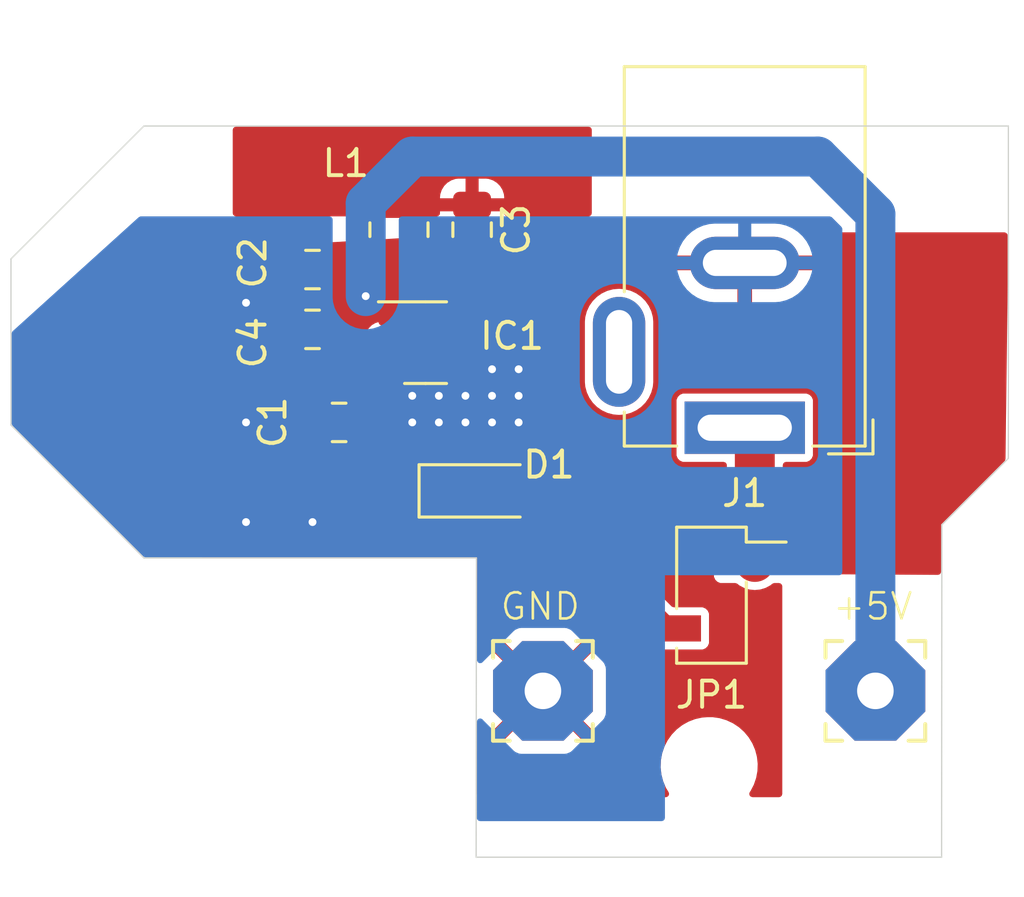
<source format=kicad_pcb>
(kicad_pcb (version 20221018) (generator pcbnew)
  (layers (0 "F.Cu" signal) (31 "B.Cu" signal) (34 "B.Paste" user) (35 "F.Paste" user) (36 "B.SilkS" user "B.Silkscreen") (37 "F.SilkS" user "F.Silkscreen") (38 "B.Mask" user) (39 "F.Mask" user) (44 "Edge.Cuts" user))
  (net 0 "")
  (net 1 "VCC")
  (net 2 "GND")
  (net 3 "Net-(D1-K)")
  (net 4 "Net-(IC1-SW)")
  (net 5 "Net-(IC1-BST)")
  (net 6 "Net-(J1-Pad1)")
  (net 8 "Net-(D1-A)")
  (footprint "Capacitor_SMD:C_0805_2012Metric" (layer "F.Cu") (at 147.066 96.266 -90)
    (fp_text reference "C3" (at 0 -1.68 90) (layer "F.SilkS"))
    (fp_text value "100nF" hide)
    (fp_line (start -0.261252 -0.735) (end 0.261252 -0.735) (stroke (width 0.12)) (layer "F.SilkS"))
    (fp_line (start -0.261252 0.735) (end 0.261252 0.735) (stroke (width 0.12)) (layer "F.SilkS"))
    (pad "1" smd roundrect (at -0.95 0 270) (size 1 1.45) (layers "F.Cu" "F.Paste" "F.Mask") (net 4 "Net-(IC1-SW)"))
    (pad "2" smd roundrect (at 0.95 0 270) (size 1 1.45) (layers "F.Cu" "F.Paste" "F.Mask") (net 5 "Net-(IC1-BST)"))
  )
  (footprint "Package_TO_SOT_SMD:TSOT-23-6" (layer "F.Cu") (at 145.288 100.584)
    (fp_text reference "IC1" (at 3.302 -0.254) (layer "F.SilkS"))
    (fp_text value "AP63205WU-7" hide)
    (fp_line (start 0 -1.56) (end -1.8 -1.56) (stroke (width 0.12)) (layer "F.SilkS"))
    (fp_line (start 0 -1.56) (end 0.8 -1.56) (stroke (width 0.12)) (layer "F.SilkS"))
    (fp_line (start 0 1.56) (end -0.8 1.56) (stroke (width 0.12)) (layer "F.SilkS"))
    (fp_line (start 0 1.56) (end 0.8 1.56) (stroke (width 0.12)) (layer "F.SilkS"))
    (pad "1" smd roundrect (at -1.1375 -0.95) (size 1.325 0.6) (layers "F.Cu" "F.Paste" "F.Mask") (net 1 "VCC"))
    (pad "2" smd roundrect (at -1.1375 0) (size 1.325 0.6) (layers "F.Cu" "F.Paste" "F.Mask") (net 3 "Net-(D1-K)"))
    (pad "3" smd roundrect (at -1.1375 0.95) (size 1.325 0.6) (layers "F.Cu" "F.Paste" "F.Mask") (net 3 "Net-(D1-K)"))
    (pad "4" smd roundrect (at 1.1375 0.95) (size 1.325 0.6) (layers "F.Cu" "F.Paste" "F.Mask") (net 2 "GND"))
    (pad "5" smd roundrect (at 1.1375 0) (size 1.325 0.6) (layers "F.Cu" "F.Paste" "F.Mask") (net 4 "Net-(IC1-SW)"))
    (pad "6" smd roundrect (at 1.1375 -0.95) (size 1.325 0.6) (layers "F.Cu" "F.Paste" "F.Mask") (net 5 "Net-(IC1-BST)"))
  )
  (footprint "Capacitor_SMD:C_0805_2012Metric" (layer "F.Cu") (at 141.986 103.632 180)
    (fp_text reference "C1" (at 2.54 0 90) (layer "F.SilkS"))
    (fp_text value "10uF" hide)
    (fp_line (start -0.261252 -0.735) (end 0.261252 -0.735) (stroke (width 0.12)) (layer "F.SilkS"))
    (fp_line (start -0.261252 0.735) (end 0.261252 0.735) (stroke (width 0.12)) (layer "F.SilkS"))
    (pad "1" smd roundrect (at -0.95 0 180) (size 1 1.45) (layers "F.Cu" "F.Paste" "F.Mask") (net 3 "Net-(D1-K)"))
    (pad "2" smd roundrect (at 0.95 0 180) (size 1 1.45) (layers "F.Cu" "F.Paste" "F.Mask") (net 2 "GND"))
  )
  (footprint "Inductor_SMD:L_1008_2520Metric" (layer "F.Cu") (at 144.272 96.266 -90)
    (fp_text reference "L1" (at -2.54 2.032 -180) (layer "F.SilkS"))
    (fp_text value "4.7uH" hide)
    (fp_line (start -0.261252 -1.11) (end 0.261252 -1.11) (stroke (width 0.12)) (layer "F.SilkS"))
    (fp_line (start -0.261252 1.11) (end 0.261252 1.11) (stroke (width 0.12)) (layer "F.SilkS"))
    (pad "1" smd roundrect (at -1.075 0 270) (size 1.25 2.2) (layers "F.Cu" "F.Paste" "F.Mask") (roundrect_rratio 0.2) (net 4 "Net-(IC1-SW)"))
    (pad "2" smd roundrect (at 1.075 0 270) (size 1.25 2.2) (layers "F.Cu" "F.Paste" "F.Mask") (roundrect_rratio 0.2) (net 1 "VCC"))
  )
  (footprint "Connector_BarrelJack:BarrelJack_GCT_DCJ200-10-A_Horizontal" (layer "F.Cu") (at 157.48 103.836 180)
    (fp_text reference "J1" (at 0 -2.5 180) (layer "F.SilkS"))
    (fp_text value "JACK-PLUG0")
    (fp_line (start -4.9 -1) (end -4.9 0.3) (stroke (width 0.12)) (layer "F.SilkS"))
    (fp_line (start -4.6 -0.7) (end -2.6 -0.7) (stroke (width 0.12)) (layer "F.SilkS"))
    (fp_line (start -4.6 13.8) (end -4.6 -0.7) (stroke (width 0.12)) (layer "F.SilkS"))
    (fp_line (start -3.2 -1) (end -4.9 -1) (stroke (width 0.12)) (layer "F.SilkS"))
    (fp_line (start 2.6 -0.7) (end 4.6 -0.7) (stroke (width 0.12)) (layer "F.SilkS"))
    (fp_line (start 4.6 -0.7) (end 4.6 0.6) (stroke (width 0.12)) (layer "F.SilkS"))
    (fp_line (start 4.6 5.2) (end 4.6 13.8) (stroke (width 0.12)) (layer "F.SilkS"))
    (fp_line (start 4.6 13.8) (end -4.6 13.8) (stroke (width 0.12)) (layer "F.SilkS"))
    (pad "1" thru_hole rect (at 0 0 180) (size 4.6 2) (drill oval 3.6 1) (layers "*.Cu" "*.Mask") (net 6 "Net-(J1-Pad1)"))
    (pad "2" thru_hole oval (at 0 6.3 180) (size 4.2 2) (drill oval 3.2 1) (layers "*.Cu" "*.Mask") (net 2 "GND"))
    (pad "3" thru_hole oval (at 4.8 2.9 180) (size 2 4.2) (drill oval 1 3.2) (layers "*.Cu" "*.Mask"))
  )
  (footprint "Capacitor_SMD:C_0805_2012Metric" (layer "F.Cu") (at 140.97 97.79 180)
    (fp_text reference "C2" (at 2.286 0.254 90) (layer "F.SilkS"))
    (fp_text value "22uF" hide)
    (fp_line (start -0.261252 -0.735) (end 0.261252 -0.735) (stroke (width 0.12)) (layer "F.SilkS"))
    (fp_line (start -0.261252 0.735) (end 0.261252 0.735) (stroke (width 0.12)) (layer "F.SilkS"))
    (pad "1" smd roundrect (at -0.95 0 180) (size 1 1.45) (layers "F.Cu" "F.Paste" "F.Mask") (net 1 "VCC"))
    (pad "2" smd roundrect (at 0.95 0 180) (size 1 1.45) (layers "F.Cu" "F.Paste" "F.Mask") (net 2 "GND"))
  )
  (footprint "MountingHole:MountingHole_3.2mm_M3" (layer "F.Cu") (at 156.1211 116.75)
    (fp_text reference "H1" (at 0.1289 0) (layer "F.SilkS"))
    (fp_text value "MountingHole")
    (pad "" np_thru_hole circle (at 0 0) (size 3.2 3.2) (drill 3.2) (layers "*.Cu" "*.Mask"))
  )
  (footprint "switched-lm2575:3,81_1,4" (layer "F.Cu") (at 162.4711 113.8936)
    (fp_text reference "UNK5V0" hide)
    (fp_text value "3,81/1,4")
    (fp_line (start -1.905 -1.905) (end -1.27 -1.905) (stroke (width 0.1524)) (layer "F.SilkS"))
    (fp_line (start -1.905 -1.27) (end -1.905 -1.905) (stroke (width 0.1524)) (layer "F.SilkS"))
    (fp_line (start -1.905 1.905) (end -1.905 1.27) (stroke (width 0.1524)) (layer "F.SilkS"))
    (fp_line (start -1.27 1.905) (end -1.905 1.905) (stroke (width 0.1524)) (layer "F.SilkS"))
    (fp_line (start 1.27 -1.905) (end 1.905 -1.905) (stroke (width 0.1524)) (layer "F.SilkS"))
    (fp_line (start 1.905 -1.905) (end 1.905 -1.27) (stroke (width 0.1524)) (layer "F.SilkS"))
    (fp_line (start 1.905 1.27) (end 1.905 1.905) (stroke (width 0.1524)) (layer "F.SilkS"))
    (fp_line (start 1.905 1.905) (end 1.27 1.905) (stroke (width 0.1524)) (layer "F.SilkS"))
    (pad "1" thru_hole roundrect (at 0 0) (size 3.81 3.81) (drill 1.397) (layers "*.Cu" "*.Mask") (chamfer_ratio 0.2928932188) (chamfer top_left top_right bottom_left bottom_right) (net 1 "VCC"))
  )
  (footprint "Connector_PinHeader_2.54mm:PinHeader_1x02_P2.54mm_Vertical_SMD_Pin1Right" (layer "F.Cu") (at 156.21 110.236)
    (fp_text reference "JP1" (at 0 3.81) (layer "F.SilkS"))
    (fp_text value "PINHD-1X2" hide)
    (fp_line (start -1.33 -2.6) (end -1.33 0.51) (stroke (width 0.12)) (layer "F.SilkS"))
    (fp_line (start -1.33 -2.6) (end 1.33 -2.6) (stroke (width 0.12)) (layer "F.SilkS"))
    (fp_line (start -1.33 2.03) (end -1.33 2.6) (stroke (width 0.12)) (layer "F.SilkS"))
    (fp_line (start -1.33 2.6) (end 1.33 2.6) (stroke (width 0.12)) (layer "F.SilkS"))
    (fp_line (start 1.33 -2.6) (end 1.33 -2.03) (stroke (width 0.12)) (layer "F.SilkS"))
    (fp_line (start 1.33 -2.03) (end 2.85 -2.03) (stroke (width 0.12)) (layer "F.SilkS"))
    (fp_line (start 1.33 -0.51) (end 1.33 2.6) (stroke (width 0.12)) (layer "F.SilkS"))
    (pad "1" smd rect (at 1.655 -1.27) (size 2.51 1) (layers "F.Cu" "F.Paste" "F.Mask") (net 6 "Net-(J1-Pad1)"))
    (pad "2" smd rect (at -1.655 1.27) (size 2.51 1) (layers "F.Cu" "F.Paste" "F.Mask") (net 8 "Net-(D1-A)"))
  )
  (footprint "Diode_SMD:D_SOD-123F" (layer "F.Cu") (at 147.25 106.25)
    (fp_text reference "D1" (at 2.75 -1) (layer "F.SilkS"))
    (fp_text value "1N4007")
    (fp_line (start -2.21 -1) (end -2.21 1) (stroke (width 0.12)) (layer "F.SilkS"))
    (fp_line (start -2.21 -1) (end 1.65 -1) (stroke (width 0.12)) (layer "F.SilkS"))
    (fp_line (start -2.21 1) (end 1.65 1) (stroke (width 0.12)) (layer "F.SilkS"))
    (pad "1" smd roundrect (at -1.4 0) (size 1.1 1.1) (layers "F.Cu" "F.Paste" "F.Mask") (roundrect_rratio 0.2272727273) (net 3 "Net-(D1-K)"))
    (pad "2" smd roundrect (at 1.4 0) (size 1.1 1.1) (layers "F.Cu" "F.Paste" "F.Mask") (roundrect_rratio 0.2272727273) (net 8 "Net-(D1-A)"))
  )
  (footprint "Capacitor_SMD:C_0805_2012Metric" (layer "F.Cu") (at 140.97 100.076 180)
    (fp_text reference "C4" (at 2.286 -0.508 90) (layer "F.SilkS"))
    (fp_text value "22uF" hide)
    (fp_line (start -0.261252 -0.735) (end 0.261252 -0.735) (stroke (width 0.12)) (layer "F.SilkS"))
    (fp_line (start -0.261252 0.735) (end 0.261252 0.735) (stroke (width 0.12)) (layer "F.SilkS"))
    (pad "1" smd roundrect (at -0.95 0 180) (size 1 1.45) (layers "F.Cu" "F.Paste" "F.Mask") (net 1 "VCC"))
    (pad "2" smd roundrect (at 0.95 0 180) (size 1 1.45) (layers "F.Cu" "F.Paste" "F.Mask") (net 2 "GND"))
  )
  (footprint "switched-lm2575:3,81_1,4" (layer "F.Cu") (at 149.7711 113.8936)
    (fp_text reference "GND0" hide)
    (fp_text value "3,81/1,4")
    (fp_line (start -1.905 -1.905) (end -1.27 -1.905) (stroke (width 0.1524)) (layer "F.SilkS"))
    (fp_line (start -1.905 -1.27) (end -1.905 -1.905) (stroke (width 0.1524)) (layer "F.SilkS"))
    (fp_line (start -1.905 1.905) (end -1.905 1.27) (stroke (width 0.1524)) (layer "F.SilkS"))
    (fp_line (start -1.27 1.905) (end -1.905 1.905) (stroke (width 0.1524)) (layer "F.SilkS"))
    (fp_line (start 1.27 -1.905) (end 1.905 -1.905) (stroke (width 0.1524)) (layer "F.SilkS"))
    (fp_line (start 1.905 -1.905) (end 1.905 -1.27) (stroke (width 0.1524)) (layer "F.SilkS"))
    (fp_line (start 1.905 1.27) (end 1.905 1.905) (stroke (width 0.1524)) (layer "F.SilkS"))
    (fp_line (start 1.905 1.905) (end 1.27 1.905) (stroke (width 0.1524)) (layer "F.SilkS"))
    (pad "1" thru_hole roundrect (at 0 0) (size 3.81 3.81) (drill 1.397) (layers "*.Cu" "*.Mask") (chamfer_ratio 0.2928932188) (chamfer top_left top_right bottom_left bottom_right) (net 2 "GND"))
  )
  (gr_line (start 129.4511 97.3836) (end 129.4511 103.7336) (stroke (width 0.05)) (layer "Edge.Cuts"))
  (gr_line (start 147.22 120.25) (end 165 120.25) (stroke (width 0.05)) (layer "Edge.Cuts"))
  (gr_line (start 167.5511 105.0036) (end 167.5511 92.3036) (stroke (width 0.05)) (layer "Edge.Cuts"))
  (gr_line (start 129.4511 103.7336) (end 134.5311 108.8136) (stroke (width 0.05)) (layer "Edge.Cuts"))
  (gr_line (start 134.5311 108.8136) (end 147.2311 108.8136) (stroke (width 0.05)) (layer "Edge.Cuts"))
  (gr_line (start 147.2311 108.8136) (end 147.22 120.25) (stroke (width 0.05)) (layer "Edge.Cuts"))
  (gr_line (start 165 120.25) (end 165.0111 107.5436) (stroke (width 0.05)) (layer "Edge.Cuts"))
  (gr_line (start 165.0111 107.5436) (end 167.5511 105.0036) (stroke (width 0.05)) (layer "Edge.Cuts"))
  (gr_line (start 134.5311 92.3036) (end 129.4511 97.3836) (stroke (width 0.05)) (layer "Edge.Cuts"))
  (gr_line (start 167.5511 92.3036) (end 134.5311 92.3036) (stroke (width 0.05)) (layer "Edge.Cuts"))
  (gr_text "GND" (at 148.082 111.252) (layer "F.SilkS") (effects (font (size 1 1) (thickness 0.1)) (justify left bottom)))
  (gr_text "+5V" (at 160.782 111.252) (layer "F.SilkS") (effects (font (size 1 1) (thickness 0.1)) (justify left bottom)))
  (via (at 143.002 98.806) (size 0.6) (drill 0.3) (layers "F.Cu" "B.Cu") (net 1))
  (segment (start 160.274 93.472) (end 162.4711 95.6691) (width 1.524) (layer "B.Cu") (net 1))
  (segment (start 162.4711 95.6691) (end 162.4711 113.8936) (width 1.524) (layer "B.Cu") (net 1))
  (segment (start 143.002 98.806) (end 143.002 95.25) (width 1.524) (layer "B.Cu") (net 1))
  (segment (start 144.78 93.472) (end 160.274 93.472) (width 1.524) (layer "B.Cu") (net 1))
  (segment (start 143.002 95.25) (end 144.78 93.472) (width 1.524) (layer "B.Cu") (net 1))
  (via (at 146.812 102.616) (size 0.6) (drill 0.3) (layers "F.Cu" "B.Cu") (net 2))
  (via (at 147.828 101.6) (size 0.6) (drill 0.3) (layers "F.Cu" "B.Cu") (net 2))
  (via (at 138.43 107.442) (size 0.6) (drill 0.3) (layers "F.Cu" "B.Cu") (net 2))
  (via (at 140.97 107.442) (size 0.6) (drill 0.3) (layers "F.Cu" "B.Cu") (net 2))
  (via (at 147.828 102.616) (size 0.6) (drill 0.3) (layers "F.Cu" "B.Cu") (net 2))
  (via (at 148.844 101.6) (size 0.6) (drill 0.3) (layers "F.Cu" "B.Cu") (net 2))
  (via (at 144.78 102.616) (size 0.6) (drill 0.3) (layers "F.Cu" "B.Cu") (net 2))
  (via (at 145.796 103.632) (size 0.6) (drill 0.3) (layers "F.Cu" "B.Cu") (net 2))
  (via (at 144.78 103.632) (size 0.6) (drill 0.3) (layers "F.Cu" "B.Cu") (net 2))
  (via (at 148.844 102.616) (size 0.6) (drill 0.3) (layers "F.Cu" "B.Cu") (net 2))
  (via (at 138.43 103.632) (size 0.6) (drill 0.3) (layers "F.Cu" "B.Cu") (net 2))
  (via (at 147.828 103.632) (size 0.6) (drill 0.3) (layers "F.Cu" "B.Cu") (net 2))
  (via (at 148.844 103.632) (size 0.6) (drill 0.3) (layers "F.Cu" "B.Cu") (net 2))
  (via (at 145.796 102.616) (size 0.6) (drill 0.3) (layers "F.Cu" "B.Cu") (net 2))
  (via (at 138.43 99.06) (size 0.6) (drill 0.3) (layers "F.Cu" "B.Cu") (net 2))
  (via (at 146.812 103.632) (size 0.6) (drill 0.3) (layers "F.Cu" "B.Cu") (net 2))
  (segment (start 144.526 106.172) (end 142.936 104.582) (width 0.762) (layer "F.Cu") (net 3))
  (segment (start 142.936 104.582) (end 142.936 103.632) (width 0.762) (layer "F.Cu") (net 3))
  (segment (start 142.936 102.7485) (end 144.1505 101.534) (width 0.762) (layer "F.Cu") (net 3))
  (segment (start 144.604 106.25) (end 144.526 106.172) (width 0.3048) (layer "F.Cu") (net 3))
  (segment (start 144.1505 101.534) (end 144.1505 100.6198) (width 0.762) (layer "F.Cu") (net 3))
  (segment (start 145.85 106.25) (end 144.604 106.25) (width 0.762) (layer "F.Cu") (net 3))
  (segment (start 142.936 103.632) (end 142.936 102.7485) (width 0.762) (layer "F.Cu") (net 3))
  (segment (start 148.844 99.06) (end 148.844 95.758) (width 0.381) (layer "F.Cu") (net 4))
  (segment (start 148.402 95.316) (end 147.066 95.316) (width 0.381) (layer "F.Cu") (net 4))
  (segment (start 147.32 100.584) (end 148.844 99.06) (width 0.381) (layer "F.Cu") (net 4))
  (segment (start 146.4255 100.584) (end 147.32 100.584) (width 0.381) (layer "F.Cu") (net 4))
  (segment (start 148.844 95.758) (end 148.402 95.316) (width 0.381) (layer "F.Cu") (net 4))
  (segment (start 147.066 98.552) (end 147.066 97.216) (width 0.381) (layer "F.Cu") (net 5))
  (segment (start 146.4255 99.1925) (end 147.066 98.552) (width 0.381) (layer "F.Cu") (net 5))
  (segment (start 146.4255 99.634) (end 146.4255 99.1925) (width 0.381) (layer "F.Cu") (net 5))
  (segment (start 157.865 108.966) (end 157.865 104.221) (width 1.524) (layer "F.Cu") (net 6))
  (segment (start 157.865 104.221) (end 157.48 103.836) (width 1.524) (layer "F.Cu") (net 6))
  (segment (start 148.65 106.25) (end 149.299 106.25) (width 0.762) (layer "F.Cu") (net 8))
  (segment (start 149.299 106.25) (end 154.555 111.506) (width 0.762) (layer "F.Cu") (net 8))
  (zone (net 1) (net_name "VCC") (layer "F.Cu") (priority 3) (connect_pads yes (clearance 0.5)) (min_thickness 0.25) (fill yes (thermal_gap 0.5) (thermal_bridge_width 0.5) (smoothing fillet) (radius 0.5))
    (polygon (pts (xy 141.224 96.774) (xy 145.542 96.52) (xy 145.542 99.822) (xy 141.224 100.838)))
  )
  (zone (net 4) (net_name "Net-(IC1-SW)") (layer "F.Cu") (connect_pads (clearance 0.5)) (min_thickness 0.25) (fill yes (thermal_gap 0.5) (thermal_bridge_width 0.5))
    (polygon (pts (xy 137.922 89.662) (xy 151.638 89.662) (xy 151.638 95.758) (xy 137.922 95.758)))
  )
  (zone (net 2) (net_name "GND") (layer "F.Cu") (priority 2) (connect_pads (clearance 0.000001)) (min_thickness 0.254) (fill yes (thermal_gap 0.558) (thermal_bridge_width 0.558))
    (polygon (pts (xy 167.386 109.474) (xy 158.9151 109.42681) (xy 158.9151 117.9576) (xy 146.9771 117.9576) (xy 146.9771 109.0676) (xy 136.63569 109.0676) (xy 136.652 105.156) (xy 136.652 99.06) (xy 139.954 96.3676) (xy 167.5511 96.3676)))
  )
  (zone (net 2) (net_name "GND") (layer "B.Cu") (priority 1) (connect_pads (clearance 0.5)) (min_thickness 0.25) (fill yes (thermal_gap 0.5) (thermal_bridge_width 0.5))
    (polygon (pts (xy 129.032 100.584) (xy 134.366 95.758) (xy 168.148 95.758) (xy 168.148 109.474) (xy 154.432 109.474) (xy 154.432 118.872) (xy 145.288 118.872) (xy 145.288 110.49) (xy 129.032 110.49)))
  )
)
</source>
